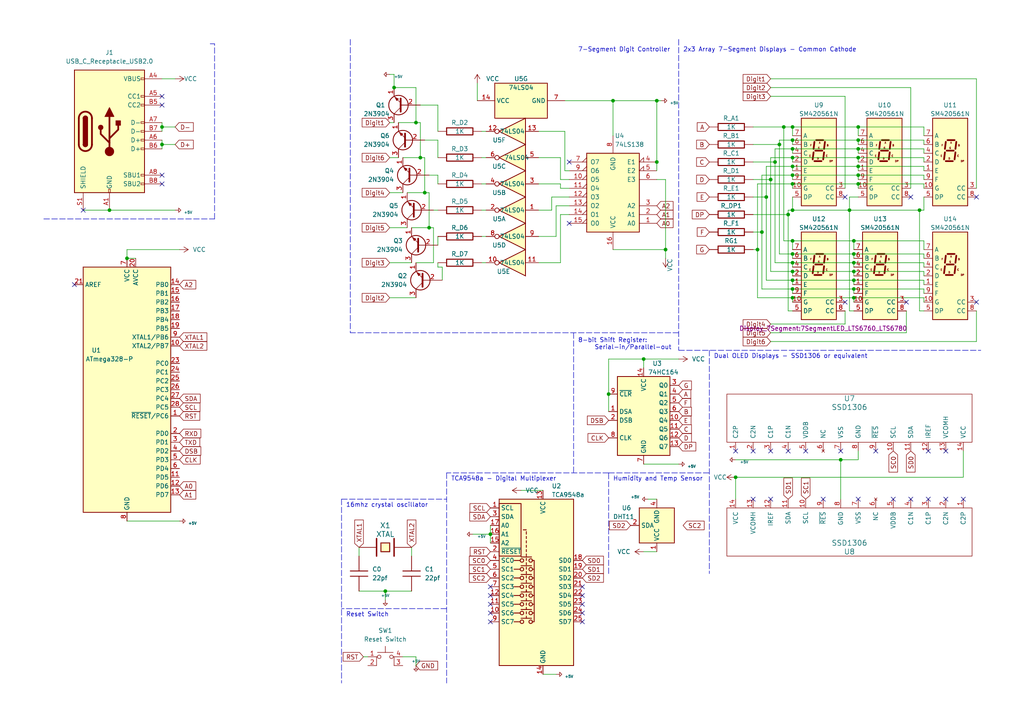
<source format=kicad_sch>
(kicad_sch (version 20211123) (generator eeschema)
  (paper "A4")
  (junction (at 247.65 73.66))
  (junction (at 227.33 36.83))
  (junction (at 247.65 86.36))
  (junction (at 229.87 76.2))
  (junction (at 111.76 171.45))
  (junction (at 266.7 60.96))
  (junction (at 248.92 36.83))
  (junction (at 229.87 40.64))
  (junction (at 248.92 48.26))
  (junction (at 220.98 67.31))
  (junction (at 248.92 40.64))
  (junction (at 247.65 83.82))
  (junction (at 248.92 43.18))
  (junction (at 31.75 60.96))
  (junction (at 121.92 45.72))
  (junction (at 219.71 72.39))
  (junction (at 229.87 48.26))
  (junction (at 190.5 29.21))
  (junction (at 114.3 25.4))
  (junction (at 229.87 50.8))
  (junction (at 224.79 46.99))
  (junction (at 124.46 66.04))
  (junction (at 229.87 43.18))
  (junction (at 229.87 81.28))
  (junction (at 243.84 133.35))
  (junction (at 176.53 114.3))
  (junction (at 247.65 78.74))
  (junction (at 248.92 53.34))
  (junction (at 229.87 86.36))
  (junction (at 248.92 45.72))
  (junction (at 229.87 60.96))
  (junction (at 248.92 50.8))
  (junction (at 177.8 29.21))
  (junction (at 46.99 41.91))
  (junction (at 228.6 62.23))
  (junction (at 247.65 69.85))
  (junction (at 120.65 35.56))
  (junction (at 193.04 72.39))
  (junction (at 223.52 52.07))
  (junction (at 186.69 104.14))
  (junction (at 229.87 69.85))
  (junction (at 222.25 57.15))
  (junction (at 247.65 81.28))
  (junction (at 123.19 55.88))
  (junction (at 247.65 76.2))
  (junction (at 229.87 83.82))
  (junction (at 213.36 138.43))
  (junction (at 229.87 53.34))
  (junction (at 142.24 154.94))
  (junction (at 190.5 46.99))
  (junction (at 229.87 73.66))
  (junction (at 229.87 78.74))
  (junction (at 36.83 74.93))
  (junction (at 229.87 45.72))
  (junction (at 246.38 60.96))
  (junction (at 229.87 36.83))
  (junction (at 226.06 41.91))
  (junction (at 46.99 36.83))
  (no_connect (at 283.21 57.15))
  (no_connect (at 245.11 57.15))
  (no_connect (at 264.16 57.15))
  (no_connect (at 46.99 27.94))
  (no_connect (at 46.99 30.48))
  (no_connect (at 24.13 60.96))
  (no_connect (at 283.21 87.63))
  (no_connect (at 245.11 87.63))
  (no_connect (at 262.89 87.63))
  (no_connect (at 165.1 64.77))
  (no_connect (at 165.1 46.99))
  (no_connect (at 46.99 53.34))
  (no_connect (at 46.99 50.8))
  (no_connect (at 269.24 144.78))
  (no_connect (at 264.16 144.78))
  (no_connect (at 279.4 144.78))
  (no_connect (at 274.32 144.78))
  (no_connect (at 259.08 144.78))
  (no_connect (at 218.44 144.78))
  (no_connect (at 223.52 144.78))
  (no_connect (at 248.92 144.78))
  (no_connect (at 238.76 144.78))
  (no_connect (at 168.91 170.18))
  (no_connect (at 168.91 172.72))
  (no_connect (at 168.91 175.26))
  (no_connect (at 168.91 177.8))
  (no_connect (at 168.91 180.34))
  (no_connect (at 142.24 180.34))
  (no_connect (at 142.24 177.8))
  (no_connect (at 142.24 175.26))
  (no_connect (at 142.24 170.18))
  (no_connect (at 142.24 172.72))
  (no_connect (at 243.84 130.81))
  (no_connect (at 254 130.81))
  (no_connect (at 269.24 130.81))
  (no_connect (at 233.68 130.81))
  (no_connect (at 218.44 130.81))
  (no_connect (at 223.52 130.81))
  (no_connect (at 228.6 130.81))
  (no_connect (at 274.32 130.81))
  (no_connect (at 213.36 130.81))
  (no_connect (at 21.59 82.55))
  (wire (pts (xy 267.97 57.15) (xy 267.97 60.96)))
  (wire (pts (xy 267.97 73.66) (xy 247.65 73.66)))
  (wire (pts (xy 218.44 62.23) (xy 228.6 62.23)))
  (wire (pts (xy 283.21 90.17) (xy 283.21 99.06)))
  (wire (pts (xy 223.52 96.52) (xy 262.89 96.52)))
  (wire (pts (xy 191.77 29.21) (xy 190.5 29.21)))
  (wire (pts (xy 190.5 160.02) (xy 186.69 160.02)))
  (wire (pts (xy 193.04 72.39) (xy 193.04 74.93)))
  (wire (pts (xy 162.56 52.07) (xy 162.56 45.72)))
  (wire (pts (xy 228.6 90.17) (xy 228.6 62.23)))
  (polyline (pts (xy 101.6 11.43) (xy 101.6 96.52)))
  (wire (pts (xy 248.92 45.72) (xy 248.92 46.99)))
  (wire (pts (xy 190.5 29.21) (xy 190.5 46.99)))
  (wire (pts (xy 266.7 60.96) (xy 246.38 60.96)))
  (wire (pts (xy 127 50.8) (xy 127 53.34)))
  (wire (pts (xy 229.87 83.82) (xy 247.65 83.82)))
  (wire (pts (xy 162.56 53.34) (xy 156.21 53.34)))
  (wire (pts (xy 267.97 74.93) (xy 267.97 73.66)))
  (wire (pts (xy 267.97 76.2) (xy 267.97 77.47)))
  (wire (pts (xy 190.5 144.78) (xy 187.96 144.78)))
  (wire (pts (xy 139.7 76.2) (xy 140.97 76.2)))
  (wire (pts (xy 119.38 158.75) (xy 119.38 161.29)))
  (wire (pts (xy 246.38 57.15) (xy 248.92 57.15)))
  (wire (pts (xy 160.02 60.96) (xy 156.21 60.96)))
  (wire (pts (xy 247.65 83.82) (xy 267.97 83.82)))
  (wire (pts (xy 264.16 54.61) (xy 264.16 25.4)))
  (wire (pts (xy 267.97 50.8) (xy 267.97 52.07)))
  (wire (pts (xy 190.5 52.07) (xy 193.04 52.07)))
  (wire (pts (xy 157.48 195.58) (xy 161.29 195.58)))
  (wire (pts (xy 218.44 72.39) (xy 219.71 72.39)))
  (wire (pts (xy 121.92 35.56) (xy 120.65 35.56)))
  (wire (pts (xy 229.87 90.17) (xy 228.6 90.17)))
  (wire (pts (xy 127 30.48) (xy 121.92 30.48)))
  (wire (pts (xy 248.92 45.72) (xy 267.97 45.72)))
  (wire (pts (xy 229.87 86.36) (xy 229.87 87.63)))
  (wire (pts (xy 46.99 35.56) (xy 46.99 36.83)))
  (wire (pts (xy 267.97 78.74) (xy 267.97 80.01)))
  (polyline (pts (xy 60.96 12.7) (xy 62.23 12.7)))
  (wire (pts (xy 222.25 48.26) (xy 222.25 57.15)))
  (wire (pts (xy 120.65 190.5) (xy 116.84 190.5)))
  (wire (pts (xy 267.97 53.34) (xy 267.97 54.61)))
  (wire (pts (xy 229.87 86.36) (xy 247.65 86.36)))
  (wire (pts (xy 224.79 46.99) (xy 224.79 76.2)))
  (polyline (pts (xy 129.54 176.53) (xy 99.06 176.53)))
  (wire (pts (xy 124.46 50.8) (xy 127 50.8)))
  (wire (pts (xy 247.65 83.82) (xy 247.65 85.09)))
  (wire (pts (xy 113.03 55.88) (xy 116.84 55.88)))
  (wire (pts (xy 223.52 78.74) (xy 229.87 78.74)))
  (wire (pts (xy 46.99 41.91) (xy 50.8 41.91)))
  (wire (pts (xy 218.44 46.99) (xy 224.79 46.99)))
  (wire (pts (xy 229.87 81.28) (xy 229.87 82.55)))
  (polyline (pts (xy 129.54 137.16) (xy 129.54 198.12)))
  (wire (pts (xy 229.87 50.8) (xy 248.92 50.8)))
  (wire (pts (xy 229.87 57.15) (xy 229.87 60.96)))
  (wire (pts (xy 279.4 130.81) (xy 279.4 138.43)))
  (wire (pts (xy 139.7 68.58) (xy 140.97 68.58)))
  (wire (pts (xy 267.97 60.96) (xy 266.7 60.96)))
  (wire (pts (xy 228.6 62.23) (xy 228.6 60.96)))
  (wire (pts (xy 128.27 77.47) (xy 127 77.47)))
  (wire (pts (xy 123.19 55.88) (xy 123.19 45.72)))
  (wire (pts (xy 116.84 45.72) (xy 121.92 45.72)))
  (wire (pts (xy 125.73 76.2) (xy 125.73 66.04)))
  (wire (pts (xy 247.65 73.66) (xy 247.65 74.93)))
  (wire (pts (xy 115.57 35.56) (xy 120.65 35.56)))
  (wire (pts (xy 124.46 55.88) (xy 123.19 55.88)))
  (wire (pts (xy 229.87 40.64) (xy 248.92 40.64)))
  (wire (pts (xy 229.87 83.82) (xy 229.87 85.09)))
  (wire (pts (xy 151.13 142.24) (xy 157.48 142.24)))
  (wire (pts (xy 186.69 134.62) (xy 196.85 134.62)))
  (wire (pts (xy 229.87 36.83) (xy 227.33 36.83)))
  (wire (pts (xy 229.87 60.96) (xy 246.38 60.96)))
  (wire (pts (xy 163.83 38.1) (xy 156.21 38.1)))
  (wire (pts (xy 160.02 57.15) (xy 165.1 57.15)))
  (polyline (pts (xy 99.06 144.78) (xy 99.06 198.12)))
  (wire (pts (xy 219.71 53.34) (xy 219.71 72.39)))
  (wire (pts (xy 113.03 35.56) (xy 114.3 35.56)))
  (wire (pts (xy 262.89 90.17) (xy 262.89 96.52)))
  (wire (pts (xy 229.87 48.26) (xy 229.87 49.53)))
  (wire (pts (xy 127 77.47) (xy 127 76.2)))
  (wire (pts (xy 220.98 83.82) (xy 229.87 83.82)))
  (wire (pts (xy 36.83 74.93) (xy 39.37 74.93)))
  (wire (pts (xy 218.44 57.15) (xy 222.25 57.15)))
  (wire (pts (xy 218.44 36.83) (xy 227.33 36.83)))
  (wire (pts (xy 120.65 76.2) (xy 125.73 76.2)))
  (wire (pts (xy 104.14 171.45) (xy 111.76 171.45)))
  (wire (pts (xy 36.83 151.13) (xy 52.07 151.13)))
  (wire (pts (xy 127 30.48) (xy 127 38.1)))
  (wire (pts (xy 247.65 81.28) (xy 247.65 82.55)))
  (wire (pts (xy 139.7 38.1) (xy 140.97 38.1)))
  (wire (pts (xy 223.52 25.4) (xy 264.16 25.4)))
  (wire (pts (xy 113.03 45.72) (xy 115.57 45.72)))
  (wire (pts (xy 248.92 40.64) (xy 267.97 40.64)))
  (wire (pts (xy 229.87 45.72) (xy 223.52 45.72)))
  (wire (pts (xy 267.97 36.83) (xy 267.97 39.37)))
  (wire (pts (xy 190.5 46.99) (xy 190.5 49.53)))
  (wire (pts (xy 226.06 40.64) (xy 226.06 41.91)))
  (wire (pts (xy 119.38 66.04) (xy 124.46 66.04)))
  (polyline (pts (xy 196.85 101.6) (xy 284.48 101.6)))
  (polyline (pts (xy 12.7 63.5) (xy 62.23 63.5)))
  (wire (pts (xy 247.65 73.66) (xy 229.87 73.66)))
  (wire (pts (xy 177.8 29.21) (xy 177.8 39.37)))
  (polyline (pts (xy 176.53 137.16) (xy 205.74 137.16)))
  (wire (pts (xy 224.79 43.18) (xy 224.79 46.99)))
  (wire (pts (xy 177.8 72.39) (xy 193.04 72.39)))
  (polyline (pts (xy 196.85 11.43) (xy 196.85 101.6)))
  (wire (pts (xy 228.6 60.96) (xy 229.87 60.96)))
  (wire (pts (xy 229.87 50.8) (xy 229.87 52.07)))
  (wire (pts (xy 229.87 76.2) (xy 247.65 76.2)))
  (wire (pts (xy 229.87 40.64) (xy 226.06 40.64)))
  (wire (pts (xy 165.1 49.53) (xy 163.83 49.53)))
  (wire (pts (xy 267.97 81.28) (xy 267.97 82.55)))
  (wire (pts (xy 229.87 53.34) (xy 248.92 53.34)))
  (wire (pts (xy 229.87 76.2) (xy 224.79 76.2)))
  (wire (pts (xy 247.65 69.85) (xy 267.97 69.85)))
  (wire (pts (xy 121.92 45.72) (xy 121.92 35.56)))
  (polyline (pts (xy 99.06 144.78) (xy 129.54 144.78)))
  (wire (pts (xy 248.92 48.26) (xy 248.92 49.53)))
  (wire (pts (xy 137.16 154.94) (xy 142.24 154.94)))
  (wire (pts (xy 186.69 104.14) (xy 196.85 104.14)))
  (wire (pts (xy 105.41 190.5) (xy 106.68 190.5)))
  (wire (pts (xy 213.36 138.43) (xy 213.36 144.78)))
  (wire (pts (xy 161.29 59.69) (xy 165.1 59.69)))
  (polyline (pts (xy 62.23 63.5) (xy 62.23 12.7)))
  (wire (pts (xy 248.92 130.81) (xy 248.92 133.35)))
  (polyline (pts (xy 176.53 137.16) (xy 129.54 137.16)))
  (wire (pts (xy 229.87 73.66) (xy 229.87 74.93)))
  (wire (pts (xy 46.99 40.64) (xy 46.99 41.91)))
  (wire (pts (xy 186.69 104.14) (xy 186.69 106.68)))
  (wire (pts (xy 245.11 90.17) (xy 245.11 93.98)))
  (wire (pts (xy 227.33 69.85) (xy 229.87 69.85)))
  (wire (pts (xy 223.52 22.86) (xy 283.21 22.86)))
  (wire (pts (xy 156.21 45.72) (xy 162.56 45.72)))
  (wire (pts (xy 248.92 53.34) (xy 248.92 54.61)))
  (wire (pts (xy 176.53 104.14) (xy 186.69 104.14)))
  (wire (pts (xy 229.87 69.85) (xy 229.87 72.39)))
  (wire (pts (xy 36.83 72.39) (xy 36.83 74.93)))
  (wire (pts (xy 104.14 158.75) (xy 104.14 161.29)))
  (wire (pts (xy 222.25 81.28) (xy 229.87 81.28)))
  (wire (pts (xy 125.73 66.04) (xy 124.46 66.04)))
  (wire (pts (xy 123.19 40.64) (xy 127 40.64)))
  (wire (pts (xy 113.03 76.2) (xy 119.38 76.2)))
  (wire (pts (xy 247.65 81.28) (xy 267.97 81.28)))
  (wire (pts (xy 163.83 29.21) (xy 177.8 29.21)))
  (wire (pts (xy 248.92 36.83) (xy 229.87 36.83)))
  (wire (pts (xy 161.29 68.58) (xy 156.21 68.58)))
  (wire (pts (xy 114.3 25.4) (xy 120.65 25.4)))
  (wire (pts (xy 213.36 133.35) (xy 243.84 133.35)))
  (wire (pts (xy 229.87 36.83) (xy 229.87 39.37)))
  (wire (pts (xy 120.65 190.5) (xy 120.65 193.04)))
  (wire (pts (xy 229.87 45.72) (xy 248.92 45.72)))
  (wire (pts (xy 283.21 54.61) (xy 283.21 22.86)))
  (wire (pts (xy 267.97 69.85) (xy 267.97 72.39)))
  (polyline (pts (xy 196.85 96.52) (xy 101.6 96.52)))
  (wire (pts (xy 248.92 43.18) (xy 248.92 44.45)))
  (wire (pts (xy 229.87 81.28) (xy 247.65 81.28)))
  (wire (pts (xy 162.56 54.61) (xy 162.56 53.34)))
  (wire (pts (xy 222.25 48.26) (xy 229.87 48.26)))
  (wire (pts (xy 248.92 53.34) (xy 267.97 53.34)))
  (wire (pts (xy 113.03 21.59) (xy 114.3 21.59)))
  (wire (pts (xy 160.02 57.15) (xy 160.02 60.96)))
  (wire (pts (xy 247.65 76.2) (xy 267.97 76.2)))
  (wire (pts (xy 247.65 69.85) (xy 247.65 72.39)))
  (wire (pts (xy 46.99 41.91) (xy 46.99 43.18)))
  (wire (pts (xy 229.87 69.85) (xy 247.65 69.85)))
  (wire (pts (xy 193.04 52.07) (xy 193.04 72.39)))
  (wire (pts (xy 125.73 60.96) (xy 127 60.96)))
  (wire (pts (xy 226.06 41.91) (xy 226.06 73.66)))
  (wire (pts (xy 218.44 52.07) (xy 223.52 52.07)))
  (wire (pts (xy 229.87 78.74) (xy 247.65 78.74)))
  (wire (pts (xy 127 68.58) (xy 127 71.12)))
  (wire (pts (xy 229.87 53.34) (xy 219.71 53.34)))
  (wire (pts (xy 139.7 45.72) (xy 140.97 45.72)))
  (wire (pts (xy 142.24 154.94) (xy 142.24 157.48)))
  (wire (pts (xy 227.33 36.83) (xy 227.33 69.85)))
  (polyline (pts (xy 166.37 96.52) (xy 166.37 137.16)))
  (wire (pts (xy 222.25 57.15) (xy 222.25 81.28)))
  (wire (pts (xy 46.99 36.83) (xy 46.99 38.1)))
  (wire (pts (xy 247.65 86.36) (xy 247.65 87.63)))
  (wire (pts (xy 247.65 76.2) (xy 247.65 77.47)))
  (wire (pts (xy 223.52 27.94) (xy 245.11 27.94)))
  (wire (pts (xy 111.76 171.45) (xy 119.38 171.45)))
  (wire (pts (xy 36.83 72.39) (xy 52.07 72.39)))
  (wire (pts (xy 229.87 41.91) (xy 229.87 40.64)))
  (wire (pts (xy 128.27 81.28) (xy 128.27 77.47)))
  (wire (pts (xy 248.92 40.64) (xy 248.92 41.91)))
  (wire (pts (xy 229.87 50.8) (xy 220.98 50.8)))
  (wire (pts (xy 229.87 78.74) (xy 229.87 80.01)))
  (wire (pts (xy 266.7 90.17) (xy 266.7 60.96)))
  (wire (pts (xy 218.44 67.31) (xy 220.98 67.31)))
  (wire (pts (xy 113.03 86.36) (xy 120.65 86.36)))
  (wire (pts (xy 127 40.64) (xy 127 45.72)))
  (wire (pts (xy 114.3 21.59) (xy 114.3 25.4)))
  (wire (pts (xy 113.03 66.04) (xy 118.11 66.04)))
  (wire (pts (xy 229.87 73.66) (xy 226.06 73.66)))
  (wire (pts (xy 120.65 35.56) (xy 120.65 25.4)))
  (wire (pts (xy 267.97 40.64) (xy 267.97 41.91)))
  (wire (pts (xy 138.43 24.13) (xy 138.43 29.21)))
  (wire (pts (xy 220.98 50.8) (xy 220.98 67.31)))
  (wire (pts (xy 223.52 93.98) (xy 245.11 93.98)))
  (polyline (pts (xy 176.53 166.37) (xy 176.53 137.16)))
  (wire (pts (xy 165.1 52.07) (xy 162.56 52.07)))
  (wire (pts (xy 245.11 54.61) (xy 245.11 27.94)))
  (wire (pts (xy 248.92 50.8) (xy 248.92 52.07)))
  (wire (pts (xy 162.56 76.2) (xy 162.56 62.23)))
  (wire (pts (xy 267.97 45.72) (xy 267.97 46.99)))
  (wire (pts (xy 123.19 45.72) (xy 121.92 45.72)))
  (polyline (pts (xy 205.74 101.6) (xy 205.74 166.37)))
  (wire (pts (xy 247.65 78.74) (xy 267.97 78.74)))
  (wire (pts (xy 243.84 144.78) (xy 243.84 133.35)))
  (wire (pts (xy 223.52 45.72) (xy 223.52 52.07)))
  (wire (pts (xy 247.65 86.36) (xy 267.97 86.36)))
  (wire (pts (xy 162.56 62.23) (xy 165.1 62.23)))
  (wire (pts (xy 50.8 22.86) (xy 46.99 22.86)))
  (wire (pts (xy 246.38 57.15) (xy 246.38 60.96)))
  (wire (pts (xy 176.53 114.3) (xy 176.53 119.38)))
  (wire (pts (xy 163.83 49.53) (xy 163.83 38.1)))
  (wire (pts (xy 46.99 36.83) (xy 50.8 36.83)))
  (wire (pts (xy 223.52 52.07) (xy 223.52 78.74)))
  (wire (pts (xy 24.13 60.96) (xy 31.75 60.96)))
  (wire (pts (xy 142.24 152.4) (xy 142.24 154.94)))
  (wire (pts (xy 176.53 104.14) (xy 176.53 114.3)))
  (wire (pts (xy 223.52 99.06) (xy 283.21 99.06)))
  (wire (pts (xy 139.7 60.96) (xy 140.97 60.96)))
  (wire (pts (xy 229.87 45.72) (xy 229.87 46.99)))
  (wire (pts (xy 229.87 76.2) (xy 229.87 77.47)))
  (wire (pts (xy 213.36 138.43) (xy 279.4 138.43)))
  (wire (pts (xy 161.29 59.69) (xy 161.29 68.58)))
  (wire (pts (xy 165.1 54.61) (xy 162.56 54.61)))
  (wire (pts (xy 248.92 48.26) (xy 267.97 48.26)))
  (wire (pts (xy 124.46 66.04) (xy 124.46 55.88)))
  (wire (pts (xy 248.92 43.18) (xy 267.97 43.18)))
  (wire (pts (xy 267.97 86.36) (xy 267.97 87.63)))
  (wire (pts (xy 219.71 86.36) (xy 229.87 86.36)))
  (wire (pts (xy 224.79 43.18) (xy 229.87 43.18)))
  (wire (pts (xy 246.38 60.96) (xy 246.38 90.17)))
  (wire (pts (xy 229.87 43.18) (xy 229.87 44.45)))
  (wire (pts (xy 218.44 41.91) (xy 226.06 41.91)))
  (wire (pts (xy 248.92 36.83) (xy 267.97 36.83)))
  (wire (pts (xy 219.71 72.39) (xy 219.71 86.36)))
  (wire (pts (xy 139.7 53.34) (xy 140.97 53.34)))
  (wire (pts (xy 229.87 53.34) (xy 229.87 54.61)))
  (wire (pts (xy 111.76 173.99) (xy 111.76 171.45)))
  (wire (pts (xy 247.65 90.17) (xy 246.38 90.17)))
  (wire (pts (xy 118.11 55.88) (xy 123.19 55.88)))
  (wire (pts (xy 156.21 76.2) (xy 162.56 76.2)))
  (wire (pts (xy 267.97 90.17) (xy 266.7 90.17)))
  (wire (pts (xy 229.87 48.26) (xy 248.92 48.26)))
  (wire (pts (xy 177.8 29.21) (xy 190.5 29.21)))
  (wire (pts (xy 31.75 60.96) (xy 50.8 60.96)))
  (wire (pts (xy 247.65 78.74) (xy 247.65 80.01)))
  (wire (pts (xy 248.92 50.8) (xy 267.97 50.8)))
  (wire (pts (xy 248.92 133.35) (xy 243.84 133.35)))
  (wire (pts (xy 229.87 43.18) (xy 248.92 43.18)))
  (wire (pts (xy 267.97 48.26) (xy 267.97 49.53)))
  (wire (pts (xy 248.92 39.37) (xy 248.92 36.83)))
  (wire (pts (xy 267.97 83.82) (xy 267.97 85.09)))
  (wire (pts (xy 220.98 67.31) (xy 220.98 83.82)))
  (wire (pts (xy 267.97 43.18) (xy 267.97 44.45)))
  (text "Dual OLED Displays - SSD1306 or equivalent\n" (at 207.01 104.14 0) (effects (font (size 1.27 1.27)) (justify left bottom)))
  (text "8-bit Shift Register: \n	Serial-in/Parallel-out" (at 167.64 101.6 0) (effects (font (size 1.27 1.27)) (justify left bottom)))
  (text "Reset Switch\n" (at 100.33 179.07 0) (effects (font (size 1.27 1.27)) (justify left bottom)))
  (text "16mhz crystal oscillator" (at 100.33 147.32 0) (effects (font (size 1.27 1.27)) (justify left bottom)))
  (text "2x3 Array 7-Segment Displays - Common Cathode" (at 198.12 15.24 0) (effects (font (size 1.27 1.27)) (justify left bottom)))
  (text "7-Segment Digit Controller\n" (at 167.64 15.24 0) (effects (font (size 1.27 1.27)) (justify left bottom)))
  (text "Humidity and Temp Sensor" (at 177.8 139.7 0) (effects (font (size 1.27 1.27)) (justify left bottom)))
  (text "TCA9548a - Digital Multiplexer\n" (at 130.81 139.7 0) (effects (font (size 1.27 1.27)) (justify left bottom)))
  (global_label "SD1" (shape input) (at 168.91 165.1 0) (property "Intersheet References" "${INTERSHEET_REFS}" (effects hide)))
  (global_label "DP" (shape input) (at 205.74 62.23 180) (property "Intersheet References" "${INTERSHEET_REFS}" (effects hide)))
  (global_label "E" (shape input) (at 196.85 121.92 0) (property "Intersheet References" "${INTERSHEET_REFS}" (effects hide)))
  (global_label "F" (shape input) (at 205.74 67.31 180) (property "Intersheet References" "${INTERSHEET_REFS}" (effects hide)))
  (global_label "XTAL2" (shape input) (at 52.07 100.33 0) (property "Intersheet References" "${INTERSHEET_REFS}" (effects hide)))
  (global_label "A" (shape input) (at 205.74 36.83 180) (property "Intersheet References" "${INTERSHEET_REFS}" (effects hide)))
  (global_label "Digit5" (shape input) (at 223.52 96.52 180) (property "Intersheet References" "${INTERSHEET_REFS}" (effects hide)))
  (global_label "Digit4" (shape input) (at 223.52 93.98 180) (property "Intersheet References" "${INTERSHEET_REFS}" (effects hide)))
  (global_label "Digit2" (shape input) (at 223.52 25.4 180) (property "Intersheet References" "${INTERSHEET_REFS}" (effects hide)))
  (global_label "CLK" (shape input) (at 52.07 133.35 0) (property "Intersheet References" "${INTERSHEET_REFS}" (effects hide)))
  (global_label "E" (shape input) (at 205.74 57.15 180) (property "Intersheet References" "${INTERSHEET_REFS}" (effects hide)))
  (global_label "A" (shape input) (at 196.85 114.3 0) (property "Intersheet References" "${INTERSHEET_REFS}" (effects hide)))
  (global_label "SC2" (shape input) (at 142.24 167.64 180) (property "Intersheet References" "${INTERSHEET_REFS}" (effects hide)))
  (global_label "SC0" (shape input) (at 259.08 130.81 270) (property "Intersheet References" "${INTERSHEET_REFS}" (effects hide)))
  (global_label "SC2" (shape input) (at 198.12 152.4 0) (property "Intersheet References" "${INTERSHEET_REFS}" (effects hide)))
  (global_label "Digit3" (shape input) (at 113.03 76.2 180) (property "Intersheet References" "${INTERSHEET_REFS}" (effects hide)))
  (global_label "Digit3" (shape input) (at 223.52 27.94 180) (property "Intersheet References" "${INTERSHEET_REFS}" (effects hide)))
  (global_label "RST" (shape input) (at 105.41 190.5 180) (property "Intersheet References" "${INTERSHEET_REFS}" (effects hide)))
  (global_label "SD1" (shape input) (at 228.6 144.78 90) (property "Intersheet References" "${INTERSHEET_REFS}" (effects hide)))
  (global_label "D" (shape input) (at 196.85 127 0) (property "Intersheet References" "${INTERSHEET_REFS}" (effects hide)))
  (global_label "XTAL1" (shape input) (at 104.14 158.75 90) (property "Intersheet References" "${INTERSHEET_REFS}" (effects hide)))
  (global_label "SC1" (shape input) (at 233.68 144.78 90) (property "Intersheet References" "${INTERSHEET_REFS}" (effects hide)))
  (global_label "Digit6" (shape input) (at 113.03 45.72 180) (property "Intersheet References" "${INTERSHEET_REFS}" (effects hide)))
  (global_label "DP" (shape input) (at 196.85 129.54 0) (property "Intersheet References" "${INTERSHEET_REFS}" (effects hide)))
  (global_label "A1" (shape input) (at 190.5 62.23 0) (property "Intersheet References" "${INTERSHEET_REFS}" (effects hide)))
  (global_label "RXD" (shape input) (at 52.07 125.73 0) (property "Intersheet References" "${INTERSHEET_REFS}" (effects hide)))
  (global_label "SC1" (shape input) (at 142.24 165.1 180) (property "Intersheet References" "${INTERSHEET_REFS}" (effects hide)))
  (global_label "A1" (shape input) (at 52.07 143.51 0) (property "Intersheet References" "${INTERSHEET_REFS}" (effects hide)))
  (global_label "SCL" (shape input) (at 52.07 118.11 0) (property "Intersheet References" "${INTERSHEET_REFS}" (effects hide)))
  (global_label "B" (shape input) (at 205.74 41.91 180) (property "Intersheet References" "${INTERSHEET_REFS}" (effects hide)))
  (global_label "B" (shape input) (at 196.85 119.38 0) (property "Intersheet References" "${INTERSHEET_REFS}" (effects hide)))
  (global_label "XTAL1" (shape input) (at 52.07 97.79 0) (property "Intersheet References" "${INTERSHEET_REFS}" (effects hide)))
  (global_label "SCL" (shape input) (at 142.24 147.32 180) (property "Intersheet References" "${INTERSHEET_REFS}" (effects hide)))
  (global_label "RST" (shape input) (at 142.24 160.02 180) (property "Intersheet References" "${INTERSHEET_REFS}" (effects hide)))
  (global_label "XTAL2" (shape input) (at 119.38 158.75 90) (property "Intersheet References" "${INTERSHEET_REFS}" (effects hide)))
  (global_label "Digit1" (shape input) (at 223.52 22.86 180) (property "Intersheet References" "${INTERSHEET_REFS}" (effects hide)))
  (global_label "Digit1" (shape input) (at 113.03 35.56 180) (property "Intersheet References" "${INTERSHEET_REFS}" (effects hide)))
  (global_label "SD0" (shape input) (at 168.91 162.56 0) (property "Intersheet References" "${INTERSHEET_REFS}" (effects hide)))
  (global_label "SD0" (shape input) (at 264.16 130.81 270) (property "Intersheet References" "${INTERSHEET_REFS}" (effects hide)))
  (global_label "SD2" (shape input) (at 182.88 152.4 180) (property "Intersheet References" "${INTERSHEET_REFS}" (effects hide)))
  (global_label "Digit2" (shape input) (at 113.03 86.36 180) (property "Intersheet References" "${INTERSHEET_REFS}" (effects hide)))
  (global_label "A2" (shape input) (at 52.07 82.55 0) (property "Intersheet References" "${INTERSHEET_REFS}" (effects hide)))
  (global_label "C" (shape input) (at 196.85 124.46 0) (property "Intersheet References" "${INTERSHEET_REFS}" (effects hide)))
  (global_label "GND" (shape input) (at 120.65 193.04 0) (property "Intersheet References" "${INTERSHEET_REFS}" (effects hide)))
  (global_label "A0" (shape input) (at 52.07 140.97 0) (property "Intersheet References" "${INTERSHEET_REFS}" (effects hide)))
  (global_label "A2" (shape input) (at 190.5 59.69 0) (property "Intersheet References" "${INTERSHEET_REFS}" (effects hide)))
  (global_label "D" (shape input) (at 205.74 52.07 180) (property "Intersheet References" "${INTERSHEET_REFS}" (effects hide)))
  (global_label "RST" (shape input) (at 52.07 120.65 0) (property "Intersheet References" "${INTERSHEET_REFS}" (effects hide)))
  (global_label "DSB" (shape input) (at 176.53 121.92 180) (property "Intersheet References" "${INTERSHEET_REFS}" (effects hide)))
  (global_label "Digit6" (shape input) (at 223.52 99.06 180) (property "Intersheet References" "${INTERSHEET_REFS}" (effects hide)))
  (global_label "DSB" (shape input) (at 52.07 130.81 0) (property "Intersheet References" "${INTERSHEET_REFS}" (effects hide)))
  (global_label "SC0" (shape input) (at 142.24 162.56 180) (property "Intersheet References" "${INTERSHEET_REFS}" (effects hide)))
  (global_label "C" (shape input) (at 205.74 46.99 180) (property "Intersheet References" "${INTERSHEET_REFS}" (effects hide)))
  (global_label "F" (shape input) (at 196.85 116.84 0) (property "Intersheet References" "${INTERSHEET_REFS}" (effects hide)))
  (global_label "Digit5" (shape input) (at 113.03 66.04 180) (property "Intersheet References" "${INTERSHEET_REFS}" (effects hide)))
  (global_label "CLK" (shape input) (at 176.53 127 180) (property "Intersheet References" "${INTERSHEET_REFS}" (effects hide)))
  (global_label "SD2" (shape input) (at 168.91 167.64 0) (property "Intersheet References" "${INTERSHEET_REFS}" (effects hide)))
  (global_label "TXD" (shape input) (at 52.07 128.27 0) (property "Intersheet References" "${INTERSHEET_REFS}" (effects hide)))
  (global_label "G" (shape input) (at 205.74 72.39 180) (property "Intersheet References" "${INTERSHEET_REFS}" (effects hide)))
  (global_label "SDA" (shape input) (at 142.24 149.86 180) (property "Intersheet References" "${INTERSHEET_REFS}" (effects hide)))
  (global_label "D+" (shape input) (at 50.8 41.91 0) (property "Intersheet References" "${INTERSHEET_REFS}" (effects hide)))
  (global_label "A0" (shape input) (at 190.5 64.77 0) (property "Intersheet References" "${INTERSHEET_REFS}" (effects hide)))
  (global_label "Digit4" (shape input) (at 113.03 55.88 180) (property "Intersheet References" "${INTERSHEET_REFS}" (effects hide)))
  (global_label "SDA" (shape input) (at 52.07 115.57 0) (property "Intersheet References" "${INTERSHEET_REFS}" (effects hide)))
  (global_label "D-" (shape input) (at 50.8 36.83 0) (property "Intersheet References" "${INTERSHEET_REFS}" (effects hide)))
  (global_label "G" (shape input) (at 196.85 111.76 0) (property "Intersheet References" "${INTERSHEET_REFS}" (effects hide)))
  (symbol (lib_id "74xx:74LS04") (at 148.59 38.1 180) (unit 6)
    (property "Reference" "U5" (at 144.78 40.64 0))
    (property "Value" "74LS04" (at 148.59 38.1 0))
    (property "Footprint" "Package_DIP:DIP-14_W7.62mm_Socket" (effects hide))
    (property "Datasheet" "http://www.ti.com/lit/gpn/sn74LS04" (effects hide))
  )
  (symbol (lib_id "Transistor_BJT:2N3904") (at 121.92 71.12 180) (unit 1)
    (property "Reference" "Q3" (at 116.84 69.8499 0) (effects (justify left)))
    (property "Value" "2N3904" (at 116.84 72.3899 0) (effects (justify left)))
    (property "Footprint" "Package_TO_SOT_THT:TO-92_Inline" (effects hide))
    (property "Datasheet" "https://www.onsemi.com/pub/Collateral/2N3903-D.PDF" (effects hide))
  )
  (symbol (lib_id "Sensor:DHT11") (at 190.5 152.4 180) (unit 1)
    (property "Reference" "U6" (at 180.34 147.32 0) (effects (justify right)))
    (property "Value" "DHT11" (at 177.8 149.86 0) (effects (justify right)))
    (property "Footprint" "Sensor:Aosong_DHT11_5.5x12.0_P2.54mm" (effects hide))
    (property "Datasheet" "http://akizukidenshi.com/download/ds/aosong/DHT11.pdf" (effects hide))
  )
  (symbol (lib_id "keyboard_parts:R") (at 133.35 60.96 90) (unit 1)
    (property "Reference" "R_D5" (at 133.35 58.42 90))
    (property "Value" "1K" (at 133.35 60.96 90))
    (property "Footprint" "Resistor_THT:R_Axial_DIN0207_L6.3mm_D2.5mm_P10.16mm_Horizontal" (effects hide))
  )
  (symbol (lib_id "Display_Character:SM420561N") (at 256.54 46.99 0) (unit 1)
    (property "Reference" "U10" (at 256.54 30.48 0))
    (property "Value" "SM420561N" (at 256.54 33.02 0))
    (property "Footprint" "Display_7Segment:7SegmentLED_LTS6760_LTS6780" (effects hide))
    (property "Datasheet" "https://datasheet.lcsc.com/szlcsc/Wuxi-ARK-Tech-Elec-SM420561N_C141367.pdf" (effects hide))
  )
  (symbol (lib_id "74xx:74LS138") (at 177.8 57.15 180) (unit 1)
    (property "Reference" "U4" (at 178.3206 39.37 0) (effects (justify right)))
    (property "Value" "74LS138" (at 178.3206 41.91 0) (effects (justify right)))
    (property "Footprint" "Package_DIP:DIP-16_W7.62mm_Socket" (effects hide))
    (property "Datasheet" "http://www.ti.com/lit/gpn/sn74LS138" (effects hide))
  )
  (symbol (lib_id "Display_Character:SM420561N") (at 275.59 46.99 0) (unit 1)
    (property "Reference" "U11" (at 275.59 30.48 0))
    (property "Value" "SM420561N" (at 275.59 33.02 0))
    (property "Footprint" "Display_7Segment:7SegmentLED_LTS6760_LTS6780" (effects hide))
    (property "Datasheet" "https://datasheet.lcsc.com/szlcsc/Wuxi-ARK-Tech-Elec-SM420561N_C141367.pdf" (effects hide))
  )
  (symbol (lib_name "SSD1306_1") (lib_id "SSD1306_OLED-0.91-128x32:SSD1306") (at 246.38 144.78 180) (unit 1)
    (property "Reference" "U8" (at 246.38 160.02 0) (effects (font (size 1.524 1.524))))
    (property "Value" "SSD1306" (at 246.38 157.48 0) (effects (font (size 1.524 1.524))))
    (property "Footprint" "WS2812B:IC2_Display_4_Pin" (effects hide))
    (pin "8" (alternate "GND"))
  )
  (symbol (lib_id "keyboard_parts:R") (at 212.09 46.99 90) (unit 1)
    (property "Reference" "R_C1" (at 212.09 44.45 90))
    (property "Value" "1K" (at 212.09 46.99 90))
    (property "Footprint" "Resistor_THT:R_Axial_DIN0207_L6.3mm_D2.5mm_P10.16mm_Horizontal" (effects hide))
  )
  (symbol (lib_id "Display_Character:SM420561N") (at 237.49 80.01 0) (unit 1)
    (property "Reference" "U12" (at 237.49 63.5 0))
    (property "Value" "SM420561N" (at 237.49 66.04 0))
    (property "Footprint" "Display_7Segment:7SegmentLED_LTS6760_LTS6780" (at 238.76 95.25 0))
    (property "Datasheet" "https://datasheet.lcsc.com/szlcsc/Wuxi-ARK-Tech-Elec-SM420561N_C141367.pdf" (effects hide))
  )
  (symbol (lib_id "power:VCC") (at 52.07 72.39 270) (unit 1)
    (property "Reference" "#PWR0101" (effects hide))
    (property "Value" "VCC" (at 55.88 72.3899 90) (effects (justify left)))
  )
  (symbol (lib_id "MCU_Microchip_ATmega:ATmega328-P") (at 36.83 113.03 0) (unit 1)
    (property "Reference" "U1" (at 27.94 101.6 0))
    (property "Value" "ATmega328-P" (at 31.75 104.14 0))
    (property "Footprint" "Package_DIP:DIP-28_W7.62mm" (effects hide))
    (property "Datasheet" "http://ww1.microchip.com/downloads/en/DeviceDoc/ATmega328_P%20AVR%20MCU%20with%20picoPower%20Technology%20Data%20Sheet%2040001984A.pdf" (effects hide))
  )
  (symbol (lib_id "keyboard_parts:GND") (at 111.76 173.99 0) (unit 1)
    (property "Reference" "#PWR0107" (effects hide))
    (property "Value" "GND" (at 111.76 172.72 0) (effects (font (size 0.762 0.762))))
  )
  (symbol (lib_id "Display_Character:SM420561N") (at 237.49 46.99 0) (unit 1)
    (property "Reference" "U9" (at 237.49 30.48 0))
    (property "Value" "SM420561N" (at 237.49 33.02 0))
    (property "Footprint" "Display_7Segment:7SegmentLED_LTS6760_LTS6780" (effects hide))
    (property "Datasheet" "https://datasheet.lcsc.com/szlcsc/Wuxi-ARK-Tech-Elec-SM420561N_C141367.pdf" (effects hide))
  )
  (symbol (lib_id "ws2812b:TCA9548a") (at 153.67 163.83 0) (unit 1)
    (property "Reference" "U2" (at 160.02 140.97 0) (effects (justify left)))
    (property "Value" "TCA9548a" (at 160.02 143.51 0) (effects (justify left)))
  )
  (symbol (lib_id "keyboard_parts:R") (at 133.35 45.72 90) (unit 1)
    (property "Reference" "R_D3" (at 133.35 43.18 90))
    (property "Value" "1K" (at 133.35 45.72 90))
    (property "Footprint" "Resistor_THT:R_Axial_DIN0207_L6.3mm_D2.5mm_P10.16mm_Horizontal" (effects hide))
  )
  (symbol (lib_id "74xx:74LS04") (at 148.59 60.96 180) (unit 1)
    (property "Reference" "U5" (at 144.78 63.5 0))
    (property "Value" "74LS04" (at 148.59 60.96 0))
    (property "Footprint" "Package_DIP:DIP-14_W7.62mm_Socket" (effects hide))
    (property "Datasheet" "http://www.ti.com/lit/gpn/sn74LS04" (effects hide))
  )
  (symbol (lib_id "power:VCC") (at 50.8 22.86 270) (unit 1)
    (property "Reference" "#PWR0113" (effects hide))
    (property "Value" "VCC" (at 53.34 22.86 90) (effects (justify left)))
  )
  (symbol (lib_id "keyboard_parts:GND") (at 113.03 21.59 270) (unit 1)
    (property "Reference" "#PWR0118" (effects hide))
    (property "Value" "GND" (at 114.3 22.225 90) (effects (font (size 0.762 0.762)) (justify left)))
  )
  (symbol (lib_id "Display_Character:SM420561N") (at 255.27 80.01 0) (unit 1)
    (property "Reference" "U13" (at 255.27 63.5 0))
    (property "Value" "SM420561N" (at 255.27 66.04 0))
    (property "Footprint" "Display_7Segment:7SegmentLED_LTS6760_LTS6780" (effects hide))
    (property "Datasheet" "https://datasheet.lcsc.com/szlcsc/Wuxi-ARK-Tech-Elec-SM420561N_C141367.pdf" (effects hide))
  )
  (symbol (lib_id "74xx:74LS04") (at 151.13 29.21 90) (unit 7)
    (property "Reference" "U5" (at 151.13 22.86 90))
    (property "Value" "74LS04" (at 151.13 25.4 90))
    (property "Footprint" "Package_DIP:DIP-14_W7.62mm_Socket" (effects hide))
    (property "Datasheet" "http://www.ti.com/lit/gpn/sn74LS04" (effects hide))
  )
  (symbol (lib_id "74xx:74LS04") (at 148.59 68.58 180) (unit 4)
    (property "Reference" "U5" (at 144.78 71.12 0))
    (property "Value" "74LS04" (at 148.59 68.58 0))
    (property "Footprint" "Package_DIP:DIP-14_W7.62mm_Socket" (effects hide))
    (property "Datasheet" "http://www.ti.com/lit/gpn/sn74LS04" (effects hide))
  )
  (symbol (lib_id "keyboard_parts:C") (at 119.38 166.37 0) (unit 1)
    (property "Reference" "C1" (at 123.19 165.0999 0) (effects (justify left)))
    (property "Value" "22pf" (at 123.19 167.6399 0) (effects (justify left)))
    (property "Footprint" "Capacitor_THT:C_Disc_D5.1mm_W3.2mm_P5.00mm" (effects hide))
  )
  (symbol (lib_id "keyboard_parts:GND") (at 161.29 195.58 90) (unit 1)
    (property "Reference" "#PWR0104" (effects hide))
    (property "Value" "GND" (at 163.83 196.215 90) (effects (font (size 0.762 0.762)) (justify right)))
  )
  (symbol (lib_id "Transistor_BJT:2N3904") (at 118.11 40.64 180) (unit 1)
    (property "Reference" "Q6" (at 113.03 39.3699 0) (effects (justify left)))
    (property "Value" "2N3904" (at 113.03 41.9099 0) (effects (justify left)))
    (property "Footprint" "Package_TO_SOT_THT:TO-92_Inline" (effects hide))
    (property "Datasheet" "https://www.onsemi.com/pub/Collateral/2N3903-D.PDF" (effects hide))
  )
  (symbol (lib_id "74xx:74LS04") (at 148.59 53.34 180) (unit 2)
    (property "Reference" "U5" (at 144.78 55.88 0))
    (property "Value" "74LS04" (at 148.59 53.34 0))
    (property "Footprint" "Package_DIP:DIP-14_W7.62mm_Socket" (effects hide))
    (property "Datasheet" "http://www.ti.com/lit/gpn/sn74LS04" (effects hide))
  )
  (symbol (lib_id "power:VCC") (at 138.43 24.13 0) (unit 1)
    (property "Reference" "#PWR0115" (effects hide))
    (property "Value" "VCC" (at 140.97 22.8599 0) (effects (justify left)))
  )
  (symbol (lib_id "keyboard_parts:GND") (at 213.36 133.35 270) (unit 1)
    (property "Reference" "#PWR0102" (effects hide))
    (property "Value" "GND" (at 214.63 133.985 90) (effects (font (size 0.762 0.762)) (justify left)))
  )
  (symbol (lib_id "keyboard_parts:GND") (at 191.77 29.21 90) (unit 1)
    (property "Reference" "#PWR0119" (effects hide))
    (property "Value" "GND" (at 194.31 29.845 90) (effects (font (size 0.762 0.762)) (justify right)))
  )
  (symbol (lib_id "keyboard_parts:R") (at 212.09 72.39 90) (unit 1)
    (property "Reference" "RG1" (at 212.09 69.85 90))
    (property "Value" "1K" (at 212.09 72.39 90))
    (property "Footprint" "Resistor_THT:R_Axial_DIN0207_L6.3mm_D2.5mm_P10.16mm_Horizontal" (effects hide))
  )
  (symbol (lib_id "keyboard_parts:R") (at 133.35 53.34 90) (unit 1)
    (property "Reference" "R_D4" (at 133.35 50.8 90))
    (property "Value" "1K" (at 133.35 53.34 90))
    (property "Footprint" "Resistor_THT:R_Axial_DIN0207_L6.3mm_D2.5mm_P10.16mm_Horizontal" (effects hide))
  )
  (symbol (lib_id "power:VCC") (at 151.13 142.24 90) (unit 1)
    (property "Reference" "#PWR0103" (effects hide))
    (property "Value" "VCC" (at 152.4 142.2399 90) (effects (justify right)))
  )
  (symbol (lib_id "Switch:SW_MEC_5E") (at 111.76 193.04 0) (unit 1)
    (property "Reference" "SW1" (at 111.76 182.88 0))
    (property "Value" "Reset Switch" (at 111.76 185.42 0))
    (property "Footprint" "Button_Switch_THT:SW_PUSH_6mm_H4.3mm" (effects hide))
    (property "Datasheet" "http://www.apem.com/int/index.php?controller=attachment&id_attachment=1371" (effects hide))
  )
  (symbol (lib_id "keyboard_parts:C") (at 104.14 166.37 0) (unit 1)
    (property "Reference" "C0" (at 107.95 165.0999 0) (effects (justify left)))
    (property "Value" "22pf" (at 107.95 167.6399 0) (effects (justify left)))
    (property "Footprint" "Capacitor_THT:C_Disc_D5.1mm_W3.2mm_P5.00mm" (effects hide))
  )
  (symbol (lib_id "keyboard_parts:R") (at 212.09 62.23 90) (unit 1)
    (property "Reference" "R_DP1" (at 212.09 59.69 90))
    (property "Value" "1K" (at 212.09 62.23 90))
    (property "Footprint" "Resistor_THT:R_Axial_DIN0207_L6.3mm_D2.5mm_P10.16mm_Horizontal" (effects hide))
  )
  (symbol (lib_id "power:VCC") (at 196.85 104.14 270) (unit 1)
    (property "Reference" "#PWR0117" (effects hide))
    (property "Value" "VCC" (at 200.66 104.1399 90) (effects (justify left)))
  )
  (symbol (lib_id "Transistor_BJT:2N3904") (at 120.65 60.96 180) (unit 1)
    (property "Reference" "Q5" (at 115.57 59.6899 0) (effects (justify left)))
    (property "Value" "2N3904" (at 115.57 62.2299 0) (effects (justify left)))
    (property "Footprint" "Package_TO_SOT_THT:TO-92_Inline" (effects hide))
    (property "Datasheet" "https://www.onsemi.com/pub/Collateral/2N3903-D.PDF" (effects hide))
  )
  (symbol (lib_id "keyboard_parts:R") (at 212.09 52.07 90) (unit 1)
    (property "Reference" "R_D1" (at 212.09 49.53 90))
    (property "Value" "1K" (at 212.09 52.07 90))
    (property "Footprint" "Resistor_THT:R_Axial_DIN0207_L6.3mm_D2.5mm_P10.16mm_Horizontal" (effects hide))
  )
  (symbol (lib_id "keyboard_parts:GND") (at 52.07 151.13 90) (unit 1)
    (property "Reference" "#PWR0110" (effects hide))
    (property "Value" "GND" (at 54.61 151.765 90) (effects (font (size 0.762 0.762)) (justify right)))
  )
  (symbol (lib_id "74xx:74LS04") (at 148.59 76.2 180) (unit 5)
    (property "Reference" "U5" (at 146.05 78.74 0))
    (property "Value" "74LS04" (at 148.59 76.2 0))
    (property "Footprint" "Package_DIP:DIP-14_W7.62mm_Socket" (effects hide))
    (property "Datasheet" "http://www.ti.com/lit/gpn/sn74LS04" (effects hide))
  )
  (symbol (lib_id "keyboard_parts:R") (at 133.35 76.2 90) (unit 1)
    (property "Reference" "R_D7" (at 133.35 73.66 90))
    (property "Value" "1K" (at 133.35 76.2 90))
    (property "Footprint" "Resistor_THT:R_Axial_DIN0207_L6.3mm_D2.5mm_P10.16mm_Horizontal" (effects hide))
  )
  (symbol (lib_id "keyboard_parts:R") (at 133.35 68.58 90) (unit 1)
    (property "Reference" "R_D6" (at 133.35 66.04 90))
    (property "Value" "1K" (at 133.35 68.58 90))
    (property "Footprint" "Resistor_THT:R_Axial_DIN0207_L6.3mm_D2.5mm_P10.16mm_Horizontal" (effects hide))
  )
  (symbol (lib_id "keyboard_parts:GND") (at 137.16 154.94 270) (unit 1)
    (property "Reference" "#PWR0111" (effects hide))
    (property "Value" "GND" (at 138.43 155.575 90) (effects (font (size 0.762 0.762)) (justify left)))
  )
  (symbol (lib_id "keyboard_parts:R") (at 133.35 38.1 90) (unit 1)
    (property "Reference" "R_D2" (at 133.35 35.56 90))
    (property "Value" "1K" (at 133.35 38.1 90))
    (property "Footprint" "Resistor_THT:R_Axial_DIN0207_L6.3mm_D2.5mm_P10.16mm_Horizontal" (effects hide))
  )
  (symbol (lib_id "keyboard_parts:GND") (at 50.8 60.96 90) (unit 1)
    (property "Reference" "#PWR0112" (effects hide))
    (property "Value" "GND" (at 53.34 61.595 90) (effects (font (size 0.762 0.762)) (justify right)))
  )
  (symbol (lib_id "keyboard_parts:XTAL") (at 111.76 158.75 0) (unit 1)
    (property "Reference" "X1" (at 111.76 152.4 0) (effects (font (size 1.524 1.524))))
    (property "Value" "XTAL" (at 111.76 154.94 0) (effects (font (size 1.524 1.524))))
    (property "Footprint" "Crystal:Crystal_HC49-4H_Vertical" (effects hide))
  )
  (symbol (lib_id "keyboard_parts:GND") (at 187.96 144.78 270) (unit 1)
    (property "Reference" "#PWR0106" (effects hide))
    (property "Value" "GND" (at 185.42 144.145 90) (effects (font (size 0.762 0.762)) (justify right)))
  )
  (symbol (lib_id "Transistor_BJT:2N3904") (at 123.19 81.28 180) (unit 1)
    (property "Reference" "Q2" (at 118.11 80.0099 0) (effects (justify left)))
    (property "Value" "2N3904" (at 118.11 82.5499 0) (effects (justify left)))
    (property "Footprint" "Package_TO_SOT_THT:TO-92_Inline" (effects hide))
    (property "Datasheet" "https://www.onsemi.com/pub/Collateral/2N3903-D.PDF" (effects hide))
  )
  (symbol (lib_id "keyboard_parts:R") (at 212.09 36.83 90) (unit 1)
    (property "Reference" "R_A1" (at 212.09 34.29 90))
    (property "Value" "1K" (at 212.09 36.83 90))
    (property "Footprint" "Resistor_THT:R_Axial_DIN0207_L6.3mm_D2.5mm_P10.16mm_Horizontal" (effects hide))
  )
  (symbol (lib_id "74xx:74HC164") (at 186.69 119.38 0) (unit 1)
    (property "Reference" "U3" (at 189.23 105.41 0) (effects (justify left)))
    (property "Value" "74HC164" (at 187.96 107.95 0) (effects (justify left)))
    (property "Footprint" "Package_DIP:DIP-14_W7.62mm_Socket" (effects hide))
    (property "Datasheet" "https://assets.nexperia.com/documents/data-sheet/74HC_HCT164.pdf" (effects hide))
  )
  (symbol (lib_id "power:VCC") (at 186.69 160.02 90) (unit 1)
    (property "Reference" "#PWR0105" (effects hide))
    (property "Value" "VCC" (at 182.88 160.0201 90) (effects (justify left)))
  )
  (symbol (lib_id "power:VCC") (at 213.36 138.43 90) (unit 1)
    (property "Reference" "#PWR0108" (effects hide))
    (property "Value" "VCC" (at 210.82 138.43 90) (effects (justify left)))
  )
  (symbol (lib_id "Transistor_BJT:2N3904") (at 116.84 30.48 180) (unit 1)
    (property "Reference" "Q1" (at 111.76 30.48 0) (effects (justify left)))
    (property "Value" "2N3904" (at 113.03 33.02 0) (effects (justify left)))
    (property "Footprint" "Package_TO_SOT_THT:TO-92_Inline" (effects hide))
    (property "Datasheet" "https://www.onsemi.com/pub/Collateral/2N3903-D.PDF" (effects hide))
  )
  (symbol (lib_name "SSD1306_2") (lib_id "SSD1306_OLED-0.91-128x32:SSD1306") (at 246.38 130.81 0) (unit 1)
    (property "Reference" "U7" (at 246.38 115.57 0) (effects (font (size 1.524 1.524))))
    (property "Value" "SSD1306" (at 246.38 118.11 0) (effects (font (size 1.524 1.524))))
    (property "Footprint" "WS2812B:IC2_Display_4_Pin" (effects hide))
  )
  (symbol (lib_id "Connector:USB_C_Receptacle_USB2.0") (at 31.75 38.1 0) (unit 1)
    (property "Reference" "J1" (at 31.75 15.24 0))
    (property "Value" "USB_C_Receptacle_USB2.0" (at 31.75 17.78 0))
    (property "Footprint" "Connector_PinHeader_2.54mm:PinHeader_1x05_P2.54mm_Vertical" (effects hide))
    (property "Datasheet" "https://www.usb.org/sites/default/files/documents/usb_type-c.zip" (effects hide))
  )
  (symbol (lib_id "power:VCC") (at 193.04 74.93 180) (unit 1)
    (property "Reference" "#PWR0109" (effects hide))
    (property "Value" "VCC" (at 194.31 74.93 90) (effects (justify left)))
  )
  (symbol (lib_id "Transistor_BJT:2N3904") (at 119.38 50.8 180) (unit 1)
    (property "Reference" "Q4" (at 114.3 49.5299 0) (effects (justify left)))
    (property "Value" "2N3904" (at 114.3 52.0699 0) (effects (justify left)))
    (property "Footprint" "Package_TO_SOT_THT:TO-92_Inline" (effects hide))
    (property "Datasheet" "https://www.onsemi.com/pub/Collateral/2N3903-D.PDF" (effects hide))
  )
  (symbol (lib_id "keyboard_parts:R") (at 212.09 67.31 90) (unit 1)
    (property "Reference" "R_F1" (at 212.09 64.77 90))
    (property "Value" "1K" (at 212.09 67.31 90))
    (property "Footprint" "Resistor_THT:R_Axial_DIN0207_L6.3mm_D2.5mm_P10.16mm_Horizontal" (effects hide))
  )
  (symbol (lib_id "keyboard_parts:R") (at 212.09 41.91 90) (unit 1)
    (property "Reference" "R_B1" (at 212.09 39.37 90))
    (property "Value" "1K" (at 212.09 41.91 90))
    (property "Footprint" "Resistor_THT:R_Axial_DIN0207_L6.3mm_D2.5mm_P10.16mm_Horizontal" (effects hide))
  )
  (symbol (lib_id "Display_Character:SM420561N") (at 275.59 80.01 0) (unit 1)
    (property "Reference" "U14" (at 275.59 63.5 0))
    (property "Value" "SM420561N" (at 275.59 66.04 0))
    (property "Footprint" "Display_7Segment:7SegmentLED_LTS6760_LTS6780" (effects hide))
    (property "Datasheet" "https://datasheet.lcsc.com/szlcsc/Wuxi-ARK-Tech-Elec-SM420561N_C141367.pdf" (effects hide))
  )
  (symbol (lib_id "keyboard_parts:GND") (at 120.65 193.04 0) (unit 1)
    (property "Reference" "#PWR0114" (effects hide))
    (property "Value" "GND" (at 120.65 191.77 0) (effects (font (size 0.762 0.762))))
  )
  (symbol (lib_id "keyboard_parts:R") (at 212.09 57.15 90) (unit 1)
    (property "Reference" "R_E1" (at 212.09 54.61 90))
    (property "Value" "1K" (at 212.09 57.15 90))
    (property "Footprint" "Resistor_THT:R_Axial_DIN0207_L6.3mm_D2.5mm_P10.16mm_Horizontal" (effects hide))
  )
  (symbol (lib_id "keyboard_parts:GND") (at 196.85 134.62 90) (unit 1)
    (property "Reference" "#PWR0116" (effects hide))
    (property "Value" "GND" (at 199.39 135.255 90) (effects (font (size 0.762 0.762)) (justify right)))
  )
  (symbol (lib_id "74xx:74LS04") (at 148.59 45.72 180) (unit 3)
    (property "Reference" "U5" (at 144.78 48.26 0))
    (property "Value" "74LS04" (at 149.86 45.72 0))
    (property "Footprint" "Package_DIP:DIP-14_W7.62mm_Socket" (effects hide))
    (property "Datasheet" "http://www.ti.com/lit/gpn/sn74LS04" (effects hide))
  )
)
</source>
